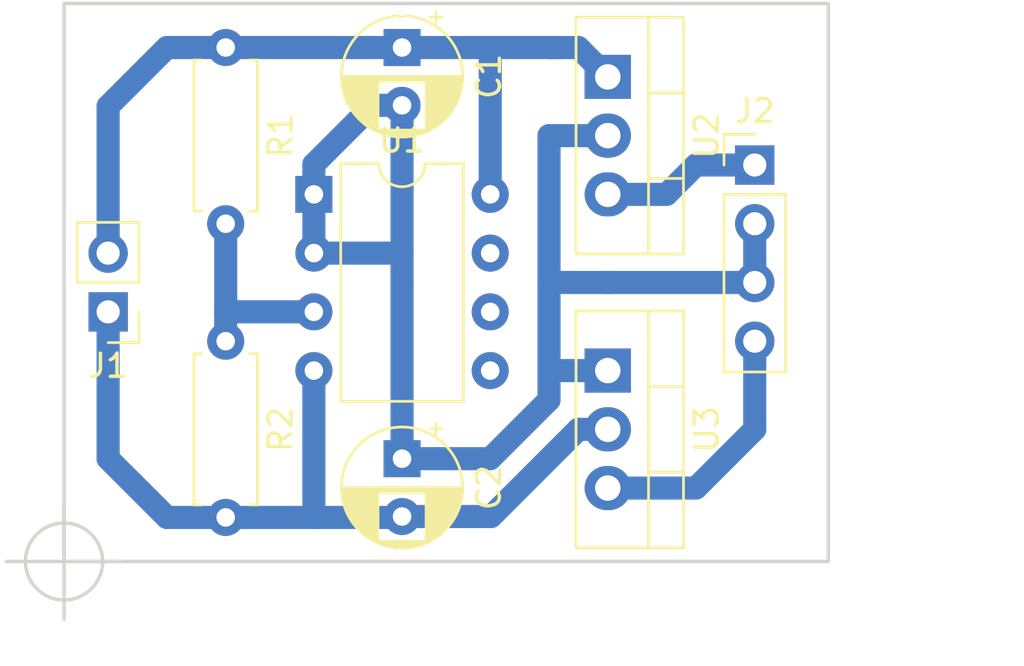
<source format=kicad_pcb>
(kicad_pcb (version 20171130) (host pcbnew 5.0.0-fee4fd1~66~ubuntu18.04.1)

  (general
    (thickness 1.6)
    (drawings 11)
    (tracks 47)
    (zones 0)
    (modules 9)
    (nets 7)
  )

  (page A4)
  (layers
    (0 F.Cu signal)
    (31 B.Cu signal)
    (32 B.Adhes user)
    (33 F.Adhes user)
    (34 B.Paste user)
    (35 F.Paste user)
    (36 B.SilkS user)
    (37 F.SilkS user)
    (38 B.Mask user)
    (39 F.Mask user)
    (40 Dwgs.User user)
    (41 Cmts.User user)
    (42 Eco1.User user)
    (43 Eco2.User user)
    (44 Edge.Cuts user)
    (45 Margin user)
    (46 B.CrtYd user)
    (47 F.CrtYd user)
    (48 B.Fab user)
    (49 F.Fab user)
  )

  (setup
    (last_trace_width 1)
    (trace_clearance 0.6)
    (zone_clearance 0.508)
    (zone_45_only no)
    (trace_min 0.2)
    (segment_width 0.2)
    (edge_width 0.15)
    (via_size 0.8)
    (via_drill 0.4)
    (via_min_size 0.4)
    (via_min_drill 0.3)
    (uvia_size 0.3)
    (uvia_drill 0.1)
    (uvias_allowed no)
    (uvia_min_size 0.2)
    (uvia_min_drill 0.1)
    (pcb_text_width 0.3)
    (pcb_text_size 1.5 1.5)
    (mod_edge_width 0.15)
    (mod_text_size 1 1)
    (mod_text_width 0.15)
    (pad_size 1.524 1.524)
    (pad_drill 0.762)
    (pad_to_mask_clearance 0.2)
    (aux_axis_origin 88.265 86.995)
    (visible_elements FFFFFF7F)
    (pcbplotparams
      (layerselection 0x00000_fffffffe)
      (usegerberextensions false)
      (usegerberattributes false)
      (usegerberadvancedattributes false)
      (creategerberjobfile false)
      (excludeedgelayer true)
      (linewidth 0.100000)
      (plotframeref false)
      (viasonmask false)
      (mode 1)
      (useauxorigin true)
      (hpglpennumber 1)
      (hpglpenspeed 20)
      (hpglpendiameter 15.000000)
      (psnegative false)
      (psa4output false)
      (plotreference true)
      (plotvalue true)
      (plotinvisibletext false)
      (padsonsilk false)
      (subtractmaskfromsilk false)
      (outputformat 1)
      (mirror false)
      (drillshape 0)
      (scaleselection 1)
      (outputdirectory "gerber/"))
  )

  (net 0 "")
  (net 1 "Net-(C1-Pad1)")
  (net 2 "Net-(C1-Pad2)")
  (net 3 "Net-(C2-Pad2)")
  (net 4 "Net-(J2-Pad1)")
  (net 5 "Net-(R1-Pad2)")
  (net 6 "Net-(J2-Pad4)")

  (net_class Default "This is the default net class."
    (clearance 0.6)
    (trace_width 1)
    (via_dia 0.8)
    (via_drill 0.4)
    (uvia_dia 0.3)
    (uvia_drill 0.1)
    (add_net "Net-(C1-Pad1)")
    (add_net "Net-(C1-Pad2)")
    (add_net "Net-(C2-Pad2)")
    (add_net "Net-(J2-Pad1)")
    (add_net "Net-(J2-Pad4)")
    (add_net "Net-(R1-Pad2)")
  )

  (module Capacitor_THT:CP_Radial_D5.0mm_P2.50mm (layer F.Cu) (tedit 5AE50EF0) (tstamp 5BAE5A1F)
    (at 102.87 64.77 270)
    (descr "CP, Radial series, Radial, pin pitch=2.50mm, , diameter=5mm, Electrolytic Capacitor")
    (tags "CP Radial series Radial pin pitch 2.50mm  diameter 5mm Electrolytic Capacitor")
    (path /5B9FFE66)
    (fp_text reference C1 (at 1.25 -3.75 270) (layer F.SilkS)
      (effects (font (size 1 1) (thickness 0.15)))
    )
    (fp_text value 10uF (at 1.25 3.75 270) (layer F.Fab)
      (effects (font (size 1 1) (thickness 0.15)))
    )
    (fp_circle (center 1.25 0) (end 3.75 0) (layer F.Fab) (width 0.1))
    (fp_circle (center 1.25 0) (end 3.87 0) (layer F.SilkS) (width 0.12))
    (fp_circle (center 1.25 0) (end 4 0) (layer F.CrtYd) (width 0.05))
    (fp_line (start -0.883605 -1.0875) (end -0.383605 -1.0875) (layer F.Fab) (width 0.1))
    (fp_line (start -0.633605 -1.3375) (end -0.633605 -0.8375) (layer F.Fab) (width 0.1))
    (fp_line (start 1.25 -2.58) (end 1.25 2.58) (layer F.SilkS) (width 0.12))
    (fp_line (start 1.29 -2.58) (end 1.29 2.58) (layer F.SilkS) (width 0.12))
    (fp_line (start 1.33 -2.579) (end 1.33 2.579) (layer F.SilkS) (width 0.12))
    (fp_line (start 1.37 -2.578) (end 1.37 2.578) (layer F.SilkS) (width 0.12))
    (fp_line (start 1.41 -2.576) (end 1.41 2.576) (layer F.SilkS) (width 0.12))
    (fp_line (start 1.45 -2.573) (end 1.45 2.573) (layer F.SilkS) (width 0.12))
    (fp_line (start 1.49 -2.569) (end 1.49 -1.04) (layer F.SilkS) (width 0.12))
    (fp_line (start 1.49 1.04) (end 1.49 2.569) (layer F.SilkS) (width 0.12))
    (fp_line (start 1.53 -2.565) (end 1.53 -1.04) (layer F.SilkS) (width 0.12))
    (fp_line (start 1.53 1.04) (end 1.53 2.565) (layer F.SilkS) (width 0.12))
    (fp_line (start 1.57 -2.561) (end 1.57 -1.04) (layer F.SilkS) (width 0.12))
    (fp_line (start 1.57 1.04) (end 1.57 2.561) (layer F.SilkS) (width 0.12))
    (fp_line (start 1.61 -2.556) (end 1.61 -1.04) (layer F.SilkS) (width 0.12))
    (fp_line (start 1.61 1.04) (end 1.61 2.556) (layer F.SilkS) (width 0.12))
    (fp_line (start 1.65 -2.55) (end 1.65 -1.04) (layer F.SilkS) (width 0.12))
    (fp_line (start 1.65 1.04) (end 1.65 2.55) (layer F.SilkS) (width 0.12))
    (fp_line (start 1.69 -2.543) (end 1.69 -1.04) (layer F.SilkS) (width 0.12))
    (fp_line (start 1.69 1.04) (end 1.69 2.543) (layer F.SilkS) (width 0.12))
    (fp_line (start 1.73 -2.536) (end 1.73 -1.04) (layer F.SilkS) (width 0.12))
    (fp_line (start 1.73 1.04) (end 1.73 2.536) (layer F.SilkS) (width 0.12))
    (fp_line (start 1.77 -2.528) (end 1.77 -1.04) (layer F.SilkS) (width 0.12))
    (fp_line (start 1.77 1.04) (end 1.77 2.528) (layer F.SilkS) (width 0.12))
    (fp_line (start 1.81 -2.52) (end 1.81 -1.04) (layer F.SilkS) (width 0.12))
    (fp_line (start 1.81 1.04) (end 1.81 2.52) (layer F.SilkS) (width 0.12))
    (fp_line (start 1.85 -2.511) (end 1.85 -1.04) (layer F.SilkS) (width 0.12))
    (fp_line (start 1.85 1.04) (end 1.85 2.511) (layer F.SilkS) (width 0.12))
    (fp_line (start 1.89 -2.501) (end 1.89 -1.04) (layer F.SilkS) (width 0.12))
    (fp_line (start 1.89 1.04) (end 1.89 2.501) (layer F.SilkS) (width 0.12))
    (fp_line (start 1.93 -2.491) (end 1.93 -1.04) (layer F.SilkS) (width 0.12))
    (fp_line (start 1.93 1.04) (end 1.93 2.491) (layer F.SilkS) (width 0.12))
    (fp_line (start 1.971 -2.48) (end 1.971 -1.04) (layer F.SilkS) (width 0.12))
    (fp_line (start 1.971 1.04) (end 1.971 2.48) (layer F.SilkS) (width 0.12))
    (fp_line (start 2.011 -2.468) (end 2.011 -1.04) (layer F.SilkS) (width 0.12))
    (fp_line (start 2.011 1.04) (end 2.011 2.468) (layer F.SilkS) (width 0.12))
    (fp_line (start 2.051 -2.455) (end 2.051 -1.04) (layer F.SilkS) (width 0.12))
    (fp_line (start 2.051 1.04) (end 2.051 2.455) (layer F.SilkS) (width 0.12))
    (fp_line (start 2.091 -2.442) (end 2.091 -1.04) (layer F.SilkS) (width 0.12))
    (fp_line (start 2.091 1.04) (end 2.091 2.442) (layer F.SilkS) (width 0.12))
    (fp_line (start 2.131 -2.428) (end 2.131 -1.04) (layer F.SilkS) (width 0.12))
    (fp_line (start 2.131 1.04) (end 2.131 2.428) (layer F.SilkS) (width 0.12))
    (fp_line (start 2.171 -2.414) (end 2.171 -1.04) (layer F.SilkS) (width 0.12))
    (fp_line (start 2.171 1.04) (end 2.171 2.414) (layer F.SilkS) (width 0.12))
    (fp_line (start 2.211 -2.398) (end 2.211 -1.04) (layer F.SilkS) (width 0.12))
    (fp_line (start 2.211 1.04) (end 2.211 2.398) (layer F.SilkS) (width 0.12))
    (fp_line (start 2.251 -2.382) (end 2.251 -1.04) (layer F.SilkS) (width 0.12))
    (fp_line (start 2.251 1.04) (end 2.251 2.382) (layer F.SilkS) (width 0.12))
    (fp_line (start 2.291 -2.365) (end 2.291 -1.04) (layer F.SilkS) (width 0.12))
    (fp_line (start 2.291 1.04) (end 2.291 2.365) (layer F.SilkS) (width 0.12))
    (fp_line (start 2.331 -2.348) (end 2.331 -1.04) (layer F.SilkS) (width 0.12))
    (fp_line (start 2.331 1.04) (end 2.331 2.348) (layer F.SilkS) (width 0.12))
    (fp_line (start 2.371 -2.329) (end 2.371 -1.04) (layer F.SilkS) (width 0.12))
    (fp_line (start 2.371 1.04) (end 2.371 2.329) (layer F.SilkS) (width 0.12))
    (fp_line (start 2.411 -2.31) (end 2.411 -1.04) (layer F.SilkS) (width 0.12))
    (fp_line (start 2.411 1.04) (end 2.411 2.31) (layer F.SilkS) (width 0.12))
    (fp_line (start 2.451 -2.29) (end 2.451 -1.04) (layer F.SilkS) (width 0.12))
    (fp_line (start 2.451 1.04) (end 2.451 2.29) (layer F.SilkS) (width 0.12))
    (fp_line (start 2.491 -2.268) (end 2.491 -1.04) (layer F.SilkS) (width 0.12))
    (fp_line (start 2.491 1.04) (end 2.491 2.268) (layer F.SilkS) (width 0.12))
    (fp_line (start 2.531 -2.247) (end 2.531 -1.04) (layer F.SilkS) (width 0.12))
    (fp_line (start 2.531 1.04) (end 2.531 2.247) (layer F.SilkS) (width 0.12))
    (fp_line (start 2.571 -2.224) (end 2.571 -1.04) (layer F.SilkS) (width 0.12))
    (fp_line (start 2.571 1.04) (end 2.571 2.224) (layer F.SilkS) (width 0.12))
    (fp_line (start 2.611 -2.2) (end 2.611 -1.04) (layer F.SilkS) (width 0.12))
    (fp_line (start 2.611 1.04) (end 2.611 2.2) (layer F.SilkS) (width 0.12))
    (fp_line (start 2.651 -2.175) (end 2.651 -1.04) (layer F.SilkS) (width 0.12))
    (fp_line (start 2.651 1.04) (end 2.651 2.175) (layer F.SilkS) (width 0.12))
    (fp_line (start 2.691 -2.149) (end 2.691 -1.04) (layer F.SilkS) (width 0.12))
    (fp_line (start 2.691 1.04) (end 2.691 2.149) (layer F.SilkS) (width 0.12))
    (fp_line (start 2.731 -2.122) (end 2.731 -1.04) (layer F.SilkS) (width 0.12))
    (fp_line (start 2.731 1.04) (end 2.731 2.122) (layer F.SilkS) (width 0.12))
    (fp_line (start 2.771 -2.095) (end 2.771 -1.04) (layer F.SilkS) (width 0.12))
    (fp_line (start 2.771 1.04) (end 2.771 2.095) (layer F.SilkS) (width 0.12))
    (fp_line (start 2.811 -2.065) (end 2.811 -1.04) (layer F.SilkS) (width 0.12))
    (fp_line (start 2.811 1.04) (end 2.811 2.065) (layer F.SilkS) (width 0.12))
    (fp_line (start 2.851 -2.035) (end 2.851 -1.04) (layer F.SilkS) (width 0.12))
    (fp_line (start 2.851 1.04) (end 2.851 2.035) (layer F.SilkS) (width 0.12))
    (fp_line (start 2.891 -2.004) (end 2.891 -1.04) (layer F.SilkS) (width 0.12))
    (fp_line (start 2.891 1.04) (end 2.891 2.004) (layer F.SilkS) (width 0.12))
    (fp_line (start 2.931 -1.971) (end 2.931 -1.04) (layer F.SilkS) (width 0.12))
    (fp_line (start 2.931 1.04) (end 2.931 1.971) (layer F.SilkS) (width 0.12))
    (fp_line (start 2.971 -1.937) (end 2.971 -1.04) (layer F.SilkS) (width 0.12))
    (fp_line (start 2.971 1.04) (end 2.971 1.937) (layer F.SilkS) (width 0.12))
    (fp_line (start 3.011 -1.901) (end 3.011 -1.04) (layer F.SilkS) (width 0.12))
    (fp_line (start 3.011 1.04) (end 3.011 1.901) (layer F.SilkS) (width 0.12))
    (fp_line (start 3.051 -1.864) (end 3.051 -1.04) (layer F.SilkS) (width 0.12))
    (fp_line (start 3.051 1.04) (end 3.051 1.864) (layer F.SilkS) (width 0.12))
    (fp_line (start 3.091 -1.826) (end 3.091 -1.04) (layer F.SilkS) (width 0.12))
    (fp_line (start 3.091 1.04) (end 3.091 1.826) (layer F.SilkS) (width 0.12))
    (fp_line (start 3.131 -1.785) (end 3.131 -1.04) (layer F.SilkS) (width 0.12))
    (fp_line (start 3.131 1.04) (end 3.131 1.785) (layer F.SilkS) (width 0.12))
    (fp_line (start 3.171 -1.743) (end 3.171 -1.04) (layer F.SilkS) (width 0.12))
    (fp_line (start 3.171 1.04) (end 3.171 1.743) (layer F.SilkS) (width 0.12))
    (fp_line (start 3.211 -1.699) (end 3.211 -1.04) (layer F.SilkS) (width 0.12))
    (fp_line (start 3.211 1.04) (end 3.211 1.699) (layer F.SilkS) (width 0.12))
    (fp_line (start 3.251 -1.653) (end 3.251 -1.04) (layer F.SilkS) (width 0.12))
    (fp_line (start 3.251 1.04) (end 3.251 1.653) (layer F.SilkS) (width 0.12))
    (fp_line (start 3.291 -1.605) (end 3.291 -1.04) (layer F.SilkS) (width 0.12))
    (fp_line (start 3.291 1.04) (end 3.291 1.605) (layer F.SilkS) (width 0.12))
    (fp_line (start 3.331 -1.554) (end 3.331 -1.04) (layer F.SilkS) (width 0.12))
    (fp_line (start 3.331 1.04) (end 3.331 1.554) (layer F.SilkS) (width 0.12))
    (fp_line (start 3.371 -1.5) (end 3.371 -1.04) (layer F.SilkS) (width 0.12))
    (fp_line (start 3.371 1.04) (end 3.371 1.5) (layer F.SilkS) (width 0.12))
    (fp_line (start 3.411 -1.443) (end 3.411 -1.04) (layer F.SilkS) (width 0.12))
    (fp_line (start 3.411 1.04) (end 3.411 1.443) (layer F.SilkS) (width 0.12))
    (fp_line (start 3.451 -1.383) (end 3.451 -1.04) (layer F.SilkS) (width 0.12))
    (fp_line (start 3.451 1.04) (end 3.451 1.383) (layer F.SilkS) (width 0.12))
    (fp_line (start 3.491 -1.319) (end 3.491 -1.04) (layer F.SilkS) (width 0.12))
    (fp_line (start 3.491 1.04) (end 3.491 1.319) (layer F.SilkS) (width 0.12))
    (fp_line (start 3.531 -1.251) (end 3.531 -1.04) (layer F.SilkS) (width 0.12))
    (fp_line (start 3.531 1.04) (end 3.531 1.251) (layer F.SilkS) (width 0.12))
    (fp_line (start 3.571 -1.178) (end 3.571 1.178) (layer F.SilkS) (width 0.12))
    (fp_line (start 3.611 -1.098) (end 3.611 1.098) (layer F.SilkS) (width 0.12))
    (fp_line (start 3.651 -1.011) (end 3.651 1.011) (layer F.SilkS) (width 0.12))
    (fp_line (start 3.691 -0.915) (end 3.691 0.915) (layer F.SilkS) (width 0.12))
    (fp_line (start 3.731 -0.805) (end 3.731 0.805) (layer F.SilkS) (width 0.12))
    (fp_line (start 3.771 -0.677) (end 3.771 0.677) (layer F.SilkS) (width 0.12))
    (fp_line (start 3.811 -0.518) (end 3.811 0.518) (layer F.SilkS) (width 0.12))
    (fp_line (start 3.851 -0.284) (end 3.851 0.284) (layer F.SilkS) (width 0.12))
    (fp_line (start -1.554775 -1.475) (end -1.054775 -1.475) (layer F.SilkS) (width 0.12))
    (fp_line (start -1.304775 -1.725) (end -1.304775 -1.225) (layer F.SilkS) (width 0.12))
    (fp_text user %R (at 1.25 0 270) (layer F.Fab)
      (effects (font (size 1 1) (thickness 0.15)))
    )
    (pad 1 thru_hole rect (at 0 0 270) (size 1.6 1.6) (drill 0.8) (layers *.Cu *.Mask)
      (net 1 "Net-(C1-Pad1)"))
    (pad 2 thru_hole circle (at 2.5 0 270) (size 1.6 1.6) (drill 0.8) (layers *.Cu *.Mask)
      (net 2 "Net-(C1-Pad2)"))
    (model ${KISYS3DMOD}/Capacitor_THT.3dshapes/CP_Radial_D5.0mm_P2.50mm.wrl
      (at (xyz 0 0 0))
      (scale (xyz 1 1 1))
      (rotate (xyz 0 0 0))
    )
  )

  (module Capacitor_THT:CP_Radial_D5.0mm_P2.50mm (layer F.Cu) (tedit 5BA23ECB) (tstamp 5BAE5AA3)
    (at 102.87 82.55 270)
    (descr "CP, Radial series, Radial, pin pitch=2.50mm, , diameter=5mm, Electrolytic Capacitor")
    (tags "CP Radial series Radial pin pitch 2.50mm  diameter 5mm Electrolytic Capacitor")
    (path /5B9FFEE2)
    (fp_text reference C2 (at 1.25 -3.75 270) (layer F.SilkS)
      (effects (font (size 1 1) (thickness 0.15)))
    )
    (fp_text value 10uF (at 1.25 3.75 270) (layer F.Fab)
      (effects (font (size 1 1) (thickness 0.15)))
    )
    (fp_text user %R (at 1.25 0 270) (layer F.Fab)
      (effects (font (size 1 1) (thickness 0.15)))
    )
    (fp_line (start -1.304775 -1.725) (end -1.304775 -1.225) (layer F.SilkS) (width 0.12))
    (fp_line (start -1.554775 -1.475) (end -1.054775 -1.475) (layer F.SilkS) (width 0.12))
    (fp_line (start 3.851 -0.284) (end 3.851 0.284) (layer F.SilkS) (width 0.12))
    (fp_line (start 3.811 -0.518) (end 3.811 0.518) (layer F.SilkS) (width 0.12))
    (fp_line (start 3.771 -0.677) (end 3.771 0.677) (layer F.SilkS) (width 0.12))
    (fp_line (start 3.731 -0.805) (end 3.731 0.805) (layer F.SilkS) (width 0.12))
    (fp_line (start 3.691 -0.915) (end 3.691 0.915) (layer F.SilkS) (width 0.12))
    (fp_line (start 3.651 -1.011) (end 3.651 1.011) (layer F.SilkS) (width 0.12))
    (fp_line (start 3.611 -1.098) (end 3.611 1.098) (layer F.SilkS) (width 0.12))
    (fp_line (start 3.571 -1.178) (end 3.571 1.178) (layer F.SilkS) (width 0.12))
    (fp_line (start 3.531 1.04) (end 3.531 1.251) (layer F.SilkS) (width 0.12))
    (fp_line (start 3.531 -1.251) (end 3.531 -1.04) (layer F.SilkS) (width 0.12))
    (fp_line (start 3.491 1.04) (end 3.491 1.319) (layer F.SilkS) (width 0.12))
    (fp_line (start 3.491 -1.319) (end 3.491 -1.04) (layer F.SilkS) (width 0.12))
    (fp_line (start 3.451 1.04) (end 3.451 1.383) (layer F.SilkS) (width 0.12))
    (fp_line (start 3.451 -1.383) (end 3.451 -1.04) (layer F.SilkS) (width 0.12))
    (fp_line (start 3.411 1.04) (end 3.411 1.443) (layer F.SilkS) (width 0.12))
    (fp_line (start 3.411 -1.443) (end 3.411 -1.04) (layer F.SilkS) (width 0.12))
    (fp_line (start 3.371 1.04) (end 3.371 1.5) (layer F.SilkS) (width 0.12))
    (fp_line (start 3.371 -1.5) (end 3.371 -1.04) (layer F.SilkS) (width 0.12))
    (fp_line (start 3.331 1.04) (end 3.331 1.554) (layer F.SilkS) (width 0.12))
    (fp_line (start 3.331 -1.554) (end 3.331 -1.04) (layer F.SilkS) (width 0.12))
    (fp_line (start 3.291 1.04) (end 3.291 1.605) (layer F.SilkS) (width 0.12))
    (fp_line (start 3.291 -1.605) (end 3.291 -1.04) (layer F.SilkS) (width 0.12))
    (fp_line (start 3.251 1.04) (end 3.251 1.653) (layer F.SilkS) (width 0.12))
    (fp_line (start 3.251 -1.653) (end 3.251 -1.04) (layer F.SilkS) (width 0.12))
    (fp_line (start 3.211 1.04) (end 3.211 1.699) (layer F.SilkS) (width 0.12))
    (fp_line (start 3.211 -1.699) (end 3.211 -1.04) (layer F.SilkS) (width 0.12))
    (fp_line (start 3.171 1.04) (end 3.171 1.743) (layer F.SilkS) (width 0.12))
    (fp_line (start 3.171 -1.743) (end 3.171 -1.04) (layer F.SilkS) (width 0.12))
    (fp_line (start 3.131 1.04) (end 3.131 1.785) (layer F.SilkS) (width 0.12))
    (fp_line (start 3.131 -1.785) (end 3.131 -1.04) (layer F.SilkS) (width 0.12))
    (fp_line (start 3.091 1.04) (end 3.091 1.826) (layer F.SilkS) (width 0.12))
    (fp_line (start 3.091 -1.826) (end 3.091 -1.04) (layer F.SilkS) (width 0.12))
    (fp_line (start 3.051 1.04) (end 3.051 1.864) (layer F.SilkS) (width 0.12))
    (fp_line (start 3.051 -1.864) (end 3.051 -1.04) (layer F.SilkS) (width 0.12))
    (fp_line (start 3.011 1.04) (end 3.011 1.901) (layer F.SilkS) (width 0.12))
    (fp_line (start 3.011 -1.901) (end 3.011 -1.04) (layer F.SilkS) (width 0.12))
    (fp_line (start 2.971 1.04) (end 2.971 1.937) (layer F.SilkS) (width 0.12))
    (fp_line (start 2.971 -1.937) (end 2.971 -1.04) (layer F.SilkS) (width 0.12))
    (fp_line (start 2.931 1.04) (end 2.931 1.971) (layer F.SilkS) (width 0.12))
    (fp_line (start 2.931 -1.971) (end 2.931 -1.04) (layer F.SilkS) (width 0.12))
    (fp_line (start 2.891 1.04) (end 2.891 2.004) (layer F.SilkS) (width 0.12))
    (fp_line (start 2.891 -2.004) (end 2.891 -1.04) (layer F.SilkS) (width 0.12))
    (fp_line (start 2.851 1.04) (end 2.851 2.035) (layer F.SilkS) (width 0.12))
    (fp_line (start 2.851 -2.035) (end 2.851 -1.04) (layer F.SilkS) (width 0.12))
    (fp_line (start 2.811 1.04) (end 2.811 2.065) (layer F.SilkS) (width 0.12))
    (fp_line (start 2.811 -2.065) (end 2.811 -1.04) (layer F.SilkS) (width 0.12))
    (fp_line (start 2.771 1.04) (end 2.771 2.095) (layer F.SilkS) (width 0.12))
    (fp_line (start 2.771 -2.095) (end 2.771 -1.04) (layer F.SilkS) (width 0.12))
    (fp_line (start 2.731 1.04) (end 2.731 2.122) (layer F.SilkS) (width 0.12))
    (fp_line (start 2.731 -2.122) (end 2.731 -1.04) (layer F.SilkS) (width 0.12))
    (fp_line (start 2.691 1.04) (end 2.691 2.149) (layer F.SilkS) (width 0.12))
    (fp_line (start 2.691 -2.149) (end 2.691 -1.04) (layer F.SilkS) (width 0.12))
    (fp_line (start 2.651 1.04) (end 2.651 2.175) (layer F.SilkS) (width 0.12))
    (fp_line (start 2.651 -2.175) (end 2.651 -1.04) (layer F.SilkS) (width 0.12))
    (fp_line (start 2.611 1.04) (end 2.611 2.2) (layer F.SilkS) (width 0.12))
    (fp_line (start 2.611 -2.2) (end 2.611 -1.04) (layer F.SilkS) (width 0.12))
    (fp_line (start 2.571 1.04) (end 2.571 2.224) (layer F.SilkS) (width 0.12))
    (fp_line (start 2.571 -2.224) (end 2.571 -1.04) (layer F.SilkS) (width 0.12))
    (fp_line (start 2.531 1.04) (end 2.531 2.247) (layer F.SilkS) (width 0.12))
    (fp_line (start 2.531 -2.247) (end 2.531 -1.04) (layer F.SilkS) (width 0.12))
    (fp_line (start 2.491 1.04) (end 2.491 2.268) (layer F.SilkS) (width 0.12))
    (fp_line (start 2.491 -2.268) (end 2.491 -1.04) (layer F.SilkS) (width 0.12))
    (fp_line (start 2.451 1.04) (end 2.451 2.29) (layer F.SilkS) (width 0.12))
    (fp_line (start 2.451 -2.29) (end 2.451 -1.04) (layer F.SilkS) (width 0.12))
    (fp_line (start 2.411 1.04) (end 2.411 2.31) (layer F.SilkS) (width 0.12))
    (fp_line (start 2.411 -2.31) (end 2.411 -1.04) (layer F.SilkS) (width 0.12))
    (fp_line (start 2.371 1.04) (end 2.371 2.329) (layer F.SilkS) (width 0.12))
    (fp_line (start 2.371 -2.329) (end 2.371 -1.04) (layer F.SilkS) (width 0.12))
    (fp_line (start 2.331 1.04) (end 2.331 2.348) (layer F.SilkS) (width 0.12))
    (fp_line (start 2.331 -2.348) (end 2.331 -1.04) (layer F.SilkS) (width 0.12))
    (fp_line (start 2.291 1.04) (end 2.291 2.365) (layer F.SilkS) (width 0.12))
    (fp_line (start 2.291 -2.365) (end 2.291 -1.04) (layer F.SilkS) (width 0.12))
    (fp_line (start 2.251 1.04) (end 2.251 2.382) (layer F.SilkS) (width 0.12))
    (fp_line (start 2.251 -2.382) (end 2.251 -1.04) (layer F.SilkS) (width 0.12))
    (fp_line (start 2.211 1.04) (end 2.211 2.398) (layer F.SilkS) (width 0.12))
    (fp_line (start 2.211 -2.398) (end 2.211 -1.04) (layer F.SilkS) (width 0.12))
    (fp_line (start 2.171 1.04) (end 2.171 2.414) (layer F.SilkS) (width 0.12))
    (fp_line (start 2.171 -2.414) (end 2.171 -1.04) (layer F.SilkS) (width 0.12))
    (fp_line (start 2.131 1.04) (end 2.131 2.428) (layer F.SilkS) (width 0.12))
    (fp_line (start 2.131 -2.428) (end 2.131 -1.04) (layer F.SilkS) (width 0.12))
    (fp_line (start 2.091 1.04) (end 2.091 2.442) (layer F.SilkS) (width 0.12))
    (fp_line (start 2.091 -2.442) (end 2.091 -1.04) (layer F.SilkS) (width 0.12))
    (fp_line (start 2.051 1.04) (end 2.051 2.455) (layer F.SilkS) (width 0.12))
    (fp_line (start 2.051 -2.455) (end 2.051 -1.04) (layer F.SilkS) (width 0.12))
    (fp_line (start 2.011 1.04) (end 2.011 2.468) (layer F.SilkS) (width 0.12))
    (fp_line (start 2.011 -2.468) (end 2.011 -1.04) (layer F.SilkS) (width 0.12))
    (fp_line (start 1.971 1.04) (end 1.971 2.48) (layer F.SilkS) (width 0.12))
    (fp_line (start 1.971 -2.48) (end 1.971 -1.04) (layer F.SilkS) (width 0.12))
    (fp_line (start 1.93 1.04) (end 1.93 2.491) (layer F.SilkS) (width 0.12))
    (fp_line (start 1.93 -2.491) (end 1.93 -1.04) (layer F.SilkS) (width 0.12))
    (fp_line (start 1.89 1.04) (end 1.89 2.501) (layer F.SilkS) (width 0.12))
    (fp_line (start 1.89 -2.501) (end 1.89 -1.04) (layer F.SilkS) (width 0.12))
    (fp_line (start 1.85 1.04) (end 1.85 2.511) (layer F.SilkS) (width 0.12))
    (fp_line (start 1.85 -2.511) (end 1.85 -1.04) (layer F.SilkS) (width 0.12))
    (fp_line (start 1.81 1.04) (end 1.81 2.52) (layer F.SilkS) (width 0.12))
    (fp_line (start 1.81 -2.52) (end 1.81 -1.04) (layer F.SilkS) (width 0.12))
    (fp_line (start 1.77 1.04) (end 1.77 2.528) (layer F.SilkS) (width 0.12))
    (fp_line (start 1.77 -2.528) (end 1.77 -1.04) (layer F.SilkS) (width 0.12))
    (fp_line (start 1.73 1.04) (end 1.73 2.536) (layer F.SilkS) (width 0.12))
    (fp_line (start 1.73 -2.536) (end 1.73 -1.04) (layer F.SilkS) (width 0.12))
    (fp_line (start 1.69 1.04) (end 1.69 2.543) (layer F.SilkS) (width 0.12))
    (fp_line (start 1.69 -2.543) (end 1.69 -1.04) (layer F.SilkS) (width 0.12))
    (fp_line (start 1.65 1.04) (end 1.65 2.55) (layer F.SilkS) (width 0.12))
    (fp_line (start 1.65 -2.55) (end 1.65 -1.04) (layer F.SilkS) (width 0.12))
    (fp_line (start 1.61 1.04) (end 1.61 2.556) (layer F.SilkS) (width 0.12))
    (fp_line (start 1.61 -2.556) (end 1.61 -1.04) (layer F.SilkS) (width 0.12))
    (fp_line (start 1.57 1.04) (end 1.57 2.561) (layer F.SilkS) (width 0.12))
    (fp_line (start 1.57 -2.561) (end 1.57 -1.04) (layer F.SilkS) (width 0.12))
    (fp_line (start 1.53 1.04) (end 1.53 2.565) (layer F.SilkS) (width 0.12))
    (fp_line (start 1.53 -2.565) (end 1.53 -1.04) (layer F.SilkS) (width 0.12))
    (fp_line (start 1.49 1.04) (end 1.49 2.569) (layer F.SilkS) (width 0.12))
    (fp_line (start 1.49 -2.569) (end 1.49 -1.04) (layer F.SilkS) (width 0.12))
    (fp_line (start 1.45 -2.573) (end 1.45 2.573) (layer F.SilkS) (width 0.12))
    (fp_line (start 1.41 -2.576) (end 1.41 2.576) (layer F.SilkS) (width 0.12))
    (fp_line (start 1.37 -2.578) (end 1.37 2.578) (layer F.SilkS) (width 0.12))
    (fp_line (start 1.33 -2.579) (end 1.33 2.579) (layer F.SilkS) (width 0.12))
    (fp_line (start 1.29 -2.58) (end 1.29 2.58) (layer F.SilkS) (width 0.12))
    (fp_line (start 1.25 -2.58) (end 1.25 2.58) (layer F.SilkS) (width 0.12))
    (fp_line (start -0.633605 -1.3375) (end -0.633605 -0.8375) (layer F.Fab) (width 0.1))
    (fp_line (start -0.883605 -1.0875) (end -0.383605 -1.0875) (layer F.Fab) (width 0.1))
    (fp_circle (center 1.25 0) (end 4 0) (layer F.CrtYd) (width 0.05))
    (fp_circle (center 1.25 0) (end 3.87 0) (layer F.SilkS) (width 0.12))
    (fp_circle (center 1.25 0) (end 3.75 0) (layer F.Fab) (width 0.1))
    (pad 2 thru_hole circle (at 2.5 0 270) (size 1.6 1.6) (drill 0.8) (layers *.Cu *.Mask)
      (net 3 "Net-(C2-Pad2)"))
    (pad 1 thru_hole rect (at 0 0 270) (size 1.6 1.6) (drill 0.8) (layers *.Cu *.Mask)
      (net 2 "Net-(C1-Pad2)"))
    (model ${KISYS3DMOD}/Capacitor_THT.3dshapes/CP_Radial_D5.0mm_P2.50mm.wrl
      (at (xyz 0 0 0))
      (scale (xyz 1 1 1))
      (rotate (xyz 0 0 0))
    )
  )

  (module Resistor_THT:R_Axial_DIN0207_L6.3mm_D2.5mm_P7.62mm_Horizontal (layer F.Cu) (tedit 5AE5139B) (tstamp 5BAE5AEB)
    (at 95.25 64.77 270)
    (descr "Resistor, Axial_DIN0207 series, Axial, Horizontal, pin pitch=7.62mm, 0.25W = 1/4W, length*diameter=6.3*2.5mm^2, http://cdn-reichelt.de/documents/datenblatt/B400/1_4W%23YAG.pdf")
    (tags "Resistor Axial_DIN0207 series Axial Horizontal pin pitch 7.62mm 0.25W = 1/4W length 6.3mm diameter 2.5mm")
    (path /5B9FFB3C)
    (fp_text reference R1 (at 3.81 -2.37 270) (layer F.SilkS)
      (effects (font (size 1 1) (thickness 0.15)))
    )
    (fp_text value 47K (at 3.81 2.37 270) (layer F.Fab)
      (effects (font (size 1 1) (thickness 0.15)))
    )
    (fp_line (start 0.66 -1.25) (end 0.66 1.25) (layer F.Fab) (width 0.1))
    (fp_line (start 0.66 1.25) (end 6.96 1.25) (layer F.Fab) (width 0.1))
    (fp_line (start 6.96 1.25) (end 6.96 -1.25) (layer F.Fab) (width 0.1))
    (fp_line (start 6.96 -1.25) (end 0.66 -1.25) (layer F.Fab) (width 0.1))
    (fp_line (start 0 0) (end 0.66 0) (layer F.Fab) (width 0.1))
    (fp_line (start 7.62 0) (end 6.96 0) (layer F.Fab) (width 0.1))
    (fp_line (start 0.54 -1.04) (end 0.54 -1.37) (layer F.SilkS) (width 0.12))
    (fp_line (start 0.54 -1.37) (end 7.08 -1.37) (layer F.SilkS) (width 0.12))
    (fp_line (start 7.08 -1.37) (end 7.08 -1.04) (layer F.SilkS) (width 0.12))
    (fp_line (start 0.54 1.04) (end 0.54 1.37) (layer F.SilkS) (width 0.12))
    (fp_line (start 0.54 1.37) (end 7.08 1.37) (layer F.SilkS) (width 0.12))
    (fp_line (start 7.08 1.37) (end 7.08 1.04) (layer F.SilkS) (width 0.12))
    (fp_line (start -1.05 -1.5) (end -1.05 1.5) (layer F.CrtYd) (width 0.05))
    (fp_line (start -1.05 1.5) (end 8.67 1.5) (layer F.CrtYd) (width 0.05))
    (fp_line (start 8.67 1.5) (end 8.67 -1.5) (layer F.CrtYd) (width 0.05))
    (fp_line (start 8.67 -1.5) (end -1.05 -1.5) (layer F.CrtYd) (width 0.05))
    (fp_text user %R (at 3.81 0 270) (layer F.Fab)
      (effects (font (size 1 1) (thickness 0.15)))
    )
    (pad 1 thru_hole circle (at 0 0 270) (size 1.6 1.6) (drill 0.8) (layers *.Cu *.Mask)
      (net 1 "Net-(C1-Pad1)"))
    (pad 2 thru_hole oval (at 7.62 0 270) (size 1.6 1.6) (drill 0.8) (layers *.Cu *.Mask)
      (net 5 "Net-(R1-Pad2)"))
    (model ${KISYS3DMOD}/Resistor_THT.3dshapes/R_Axial_DIN0207_L6.3mm_D2.5mm_P7.62mm_Horizontal.wrl
      (at (xyz 0 0 0))
      (scale (xyz 1 1 1))
      (rotate (xyz 0 0 0))
    )
  )

  (module Resistor_THT:R_Axial_DIN0207_L6.3mm_D2.5mm_P7.62mm_Horizontal (layer F.Cu) (tedit 5AE5139B) (tstamp 5BAE5B02)
    (at 95.25 77.47 270)
    (descr "Resistor, Axial_DIN0207 series, Axial, Horizontal, pin pitch=7.62mm, 0.25W = 1/4W, length*diameter=6.3*2.5mm^2, http://cdn-reichelt.de/documents/datenblatt/B400/1_4W%23YAG.pdf")
    (tags "Resistor Axial_DIN0207 series Axial Horizontal pin pitch 7.62mm 0.25W = 1/4W length 6.3mm diameter 2.5mm")
    (path /5B9FFB76)
    (fp_text reference R2 (at 3.81 -2.37 270) (layer F.SilkS)
      (effects (font (size 1 1) (thickness 0.15)))
    )
    (fp_text value 47K (at 3.81 2.37 270) (layer F.Fab)
      (effects (font (size 1 1) (thickness 0.15)))
    )
    (fp_text user %R (at 3.81 0 270) (layer F.Fab)
      (effects (font (size 1 1) (thickness 0.15)))
    )
    (fp_line (start 8.67 -1.5) (end -1.05 -1.5) (layer F.CrtYd) (width 0.05))
    (fp_line (start 8.67 1.5) (end 8.67 -1.5) (layer F.CrtYd) (width 0.05))
    (fp_line (start -1.05 1.5) (end 8.67 1.5) (layer F.CrtYd) (width 0.05))
    (fp_line (start -1.05 -1.5) (end -1.05 1.5) (layer F.CrtYd) (width 0.05))
    (fp_line (start 7.08 1.37) (end 7.08 1.04) (layer F.SilkS) (width 0.12))
    (fp_line (start 0.54 1.37) (end 7.08 1.37) (layer F.SilkS) (width 0.12))
    (fp_line (start 0.54 1.04) (end 0.54 1.37) (layer F.SilkS) (width 0.12))
    (fp_line (start 7.08 -1.37) (end 7.08 -1.04) (layer F.SilkS) (width 0.12))
    (fp_line (start 0.54 -1.37) (end 7.08 -1.37) (layer F.SilkS) (width 0.12))
    (fp_line (start 0.54 -1.04) (end 0.54 -1.37) (layer F.SilkS) (width 0.12))
    (fp_line (start 7.62 0) (end 6.96 0) (layer F.Fab) (width 0.1))
    (fp_line (start 0 0) (end 0.66 0) (layer F.Fab) (width 0.1))
    (fp_line (start 6.96 -1.25) (end 0.66 -1.25) (layer F.Fab) (width 0.1))
    (fp_line (start 6.96 1.25) (end 6.96 -1.25) (layer F.Fab) (width 0.1))
    (fp_line (start 0.66 1.25) (end 6.96 1.25) (layer F.Fab) (width 0.1))
    (fp_line (start 0.66 -1.25) (end 0.66 1.25) (layer F.Fab) (width 0.1))
    (pad 2 thru_hole oval (at 7.62 0 270) (size 1.6 1.6) (drill 0.8) (layers *.Cu *.Mask)
      (net 3 "Net-(C2-Pad2)"))
    (pad 1 thru_hole circle (at 0 0 270) (size 1.6 1.6) (drill 0.8) (layers *.Cu *.Mask)
      (net 5 "Net-(R1-Pad2)"))
    (model ${KISYS3DMOD}/Resistor_THT.3dshapes/R_Axial_DIN0207_L6.3mm_D2.5mm_P7.62mm_Horizontal.wrl
      (at (xyz 0 0 0))
      (scale (xyz 1 1 1))
      (rotate (xyz 0 0 0))
    )
  )

  (module Package_DIP:DIP-8_W7.62mm (layer F.Cu) (tedit 5BA23F5D) (tstamp 5BAE5B1E)
    (at 99.06 71.12)
    (descr "8-lead though-hole mounted DIP package, row spacing 7.62 mm (300 mils)")
    (tags "THT DIP DIL PDIP 2.54mm 7.62mm 300mil")
    (path /5B9FF9B8)
    (fp_text reference U1 (at 3.81 -2.33) (layer F.SilkS)
      (effects (font (size 1 1) (thickness 0.15)))
    )
    (fp_text value LM2904 (at 3.81 9.95) (layer F.Fab)
      (effects (font (size 1 1) (thickness 0.15)))
    )
    (fp_arc (start 3.81 -1.33) (end 2.81 -1.33) (angle -180) (layer F.SilkS) (width 0.12))
    (fp_line (start 1.635 -1.27) (end 6.985 -1.27) (layer F.Fab) (width 0.1))
    (fp_line (start 6.985 -1.27) (end 6.985 8.89) (layer F.Fab) (width 0.1))
    (fp_line (start 6.985 8.89) (end 0.635 8.89) (layer F.Fab) (width 0.1))
    (fp_line (start 0.635 8.89) (end 0.635 -0.27) (layer F.Fab) (width 0.1))
    (fp_line (start 0.635 -0.27) (end 1.635 -1.27) (layer F.Fab) (width 0.1))
    (fp_line (start 2.81 -1.33) (end 1.16 -1.33) (layer F.SilkS) (width 0.12))
    (fp_line (start 1.16 -1.33) (end 1.16 8.95) (layer F.SilkS) (width 0.12))
    (fp_line (start 1.16 8.95) (end 6.46 8.95) (layer F.SilkS) (width 0.12))
    (fp_line (start 6.46 8.95) (end 6.46 -1.33) (layer F.SilkS) (width 0.12))
    (fp_line (start 6.46 -1.33) (end 4.81 -1.33) (layer F.SilkS) (width 0.12))
    (fp_line (start -1.1 -1.55) (end -1.1 9.15) (layer F.CrtYd) (width 0.05))
    (fp_line (start -1.1 9.15) (end 8.7 9.15) (layer F.CrtYd) (width 0.05))
    (fp_line (start 8.7 9.15) (end 8.7 -1.55) (layer F.CrtYd) (width 0.05))
    (fp_line (start 8.7 -1.55) (end -1.1 -1.55) (layer F.CrtYd) (width 0.05))
    (fp_text user %R (at 3.81 3.81) (layer F.Fab)
      (effects (font (size 1 1) (thickness 0.15)))
    )
    (pad 1 thru_hole rect (at 0 0) (size 1.6 1.6) (drill 0.8) (layers *.Cu *.Mask)
      (net 2 "Net-(C1-Pad2)"))
    (pad 5 thru_hole oval (at 7.62 7.62) (size 1.6 1.6) (drill 0.8) (layers *.Cu *.Mask))
    (pad 2 thru_hole oval (at 0 2.54) (size 1.6 1.6) (drill 0.8) (layers *.Cu *.Mask)
      (net 2 "Net-(C1-Pad2)"))
    (pad 6 thru_hole oval (at 7.62 5.08) (size 1.6 1.6) (drill 0.8) (layers *.Cu *.Mask))
    (pad 3 thru_hole oval (at 0 5.08) (size 1.6 1.6) (drill 0.8) (layers *.Cu *.Mask)
      (net 5 "Net-(R1-Pad2)"))
    (pad 7 thru_hole oval (at 7.62 2.54) (size 1.6 1.6) (drill 0.8) (layers *.Cu *.Mask))
    (pad 4 thru_hole oval (at 0 7.62) (size 1.6 1.6) (drill 0.8) (layers *.Cu *.Mask)
      (net 3 "Net-(C2-Pad2)"))
    (pad 8 thru_hole oval (at 7.62 0) (size 1.6 1.6) (drill 0.8) (layers *.Cu *.Mask)
      (net 1 "Net-(C1-Pad1)"))
    (model ${KISYS3DMOD}/Package_DIP.3dshapes/DIP-8_W7.62mm.wrl
      (at (xyz 0 0 0))
      (scale (xyz 1 1 1))
      (rotate (xyz 0 0 0))
    )
  )

  (module Package_TO_SOT_THT:TO-220-3_Vertical (layer F.Cu) (tedit 5AC8BA0D) (tstamp 5BAE5B38)
    (at 111.76 66.04 270)
    (descr "TO-220-3, Vertical, RM 2.54mm, see https://www.vishay.com/docs/66542/to-220-1.pdf")
    (tags "TO-220-3 Vertical RM 2.54mm")
    (path /5BA0043D)
    (fp_text reference U2 (at 2.54 -4.27 270) (layer F.SilkS)
      (effects (font (size 1 1) (thickness 0.15)))
    )
    (fp_text value L7809 (at 2.54 2.5 270) (layer F.Fab)
      (effects (font (size 1 1) (thickness 0.15)))
    )
    (fp_line (start -2.46 -3.15) (end -2.46 1.25) (layer F.Fab) (width 0.1))
    (fp_line (start -2.46 1.25) (end 7.54 1.25) (layer F.Fab) (width 0.1))
    (fp_line (start 7.54 1.25) (end 7.54 -3.15) (layer F.Fab) (width 0.1))
    (fp_line (start 7.54 -3.15) (end -2.46 -3.15) (layer F.Fab) (width 0.1))
    (fp_line (start -2.46 -1.88) (end 7.54 -1.88) (layer F.Fab) (width 0.1))
    (fp_line (start 0.69 -3.15) (end 0.69 -1.88) (layer F.Fab) (width 0.1))
    (fp_line (start 4.39 -3.15) (end 4.39 -1.88) (layer F.Fab) (width 0.1))
    (fp_line (start -2.58 -3.27) (end 7.66 -3.27) (layer F.SilkS) (width 0.12))
    (fp_line (start -2.58 1.371) (end 7.66 1.371) (layer F.SilkS) (width 0.12))
    (fp_line (start -2.58 -3.27) (end -2.58 1.371) (layer F.SilkS) (width 0.12))
    (fp_line (start 7.66 -3.27) (end 7.66 1.371) (layer F.SilkS) (width 0.12))
    (fp_line (start -2.58 -1.76) (end 7.66 -1.76) (layer F.SilkS) (width 0.12))
    (fp_line (start 0.69 -3.27) (end 0.69 -1.76) (layer F.SilkS) (width 0.12))
    (fp_line (start 4.391 -3.27) (end 4.391 -1.76) (layer F.SilkS) (width 0.12))
    (fp_line (start -2.71 -3.4) (end -2.71 1.51) (layer F.CrtYd) (width 0.05))
    (fp_line (start -2.71 1.51) (end 7.79 1.51) (layer F.CrtYd) (width 0.05))
    (fp_line (start 7.79 1.51) (end 7.79 -3.4) (layer F.CrtYd) (width 0.05))
    (fp_line (start 7.79 -3.4) (end -2.71 -3.4) (layer F.CrtYd) (width 0.05))
    (fp_text user %R (at 2.54 -4.27 270) (layer F.Fab)
      (effects (font (size 1 1) (thickness 0.15)))
    )
    (pad 1 thru_hole rect (at 0 0 270) (size 1.905 2) (drill 1.1) (layers *.Cu *.Mask)
      (net 1 "Net-(C1-Pad1)"))
    (pad 2 thru_hole oval (at 2.54 0 270) (size 1.905 2) (drill 1.1) (layers *.Cu *.Mask)
      (net 2 "Net-(C1-Pad2)"))
    (pad 3 thru_hole oval (at 5.08 0 270) (size 1.905 2) (drill 1.1) (layers *.Cu *.Mask)
      (net 4 "Net-(J2-Pad1)"))
    (model ${KISYS3DMOD}/Package_TO_SOT_THT.3dshapes/TO-220-3_Vertical.wrl
      (at (xyz 0 0 0))
      (scale (xyz 1 1 1))
      (rotate (xyz 0 0 0))
    )
  )

  (module Package_TO_SOT_THT:TO-220-3_Vertical (layer F.Cu) (tedit 5AC8BA0D) (tstamp 5BAE5B52)
    (at 111.76 78.74 270)
    (descr "TO-220-3, Vertical, RM 2.54mm, see https://www.vishay.com/docs/66542/to-220-1.pdf")
    (tags "TO-220-3 Vertical RM 2.54mm")
    (path /5BA0050D)
    (fp_text reference U3 (at 2.54 -4.27 270) (layer F.SilkS)
      (effects (font (size 1 1) (thickness 0.15)))
    )
    (fp_text value LM7909_TO220 (at 2.54 2.5 270) (layer F.Fab)
      (effects (font (size 1 1) (thickness 0.15)))
    )
    (fp_text user %R (at 2.54 -4.27 270) (layer F.Fab)
      (effects (font (size 1 1) (thickness 0.15)))
    )
    (fp_line (start 7.79 -3.4) (end -2.71 -3.4) (layer F.CrtYd) (width 0.05))
    (fp_line (start 7.79 1.51) (end 7.79 -3.4) (layer F.CrtYd) (width 0.05))
    (fp_line (start -2.71 1.51) (end 7.79 1.51) (layer F.CrtYd) (width 0.05))
    (fp_line (start -2.71 -3.4) (end -2.71 1.51) (layer F.CrtYd) (width 0.05))
    (fp_line (start 4.391 -3.27) (end 4.391 -1.76) (layer F.SilkS) (width 0.12))
    (fp_line (start 0.69 -3.27) (end 0.69 -1.76) (layer F.SilkS) (width 0.12))
    (fp_line (start -2.58 -1.76) (end 7.66 -1.76) (layer F.SilkS) (width 0.12))
    (fp_line (start 7.66 -3.27) (end 7.66 1.371) (layer F.SilkS) (width 0.12))
    (fp_line (start -2.58 -3.27) (end -2.58 1.371) (layer F.SilkS) (width 0.12))
    (fp_line (start -2.58 1.371) (end 7.66 1.371) (layer F.SilkS) (width 0.12))
    (fp_line (start -2.58 -3.27) (end 7.66 -3.27) (layer F.SilkS) (width 0.12))
    (fp_line (start 4.39 -3.15) (end 4.39 -1.88) (layer F.Fab) (width 0.1))
    (fp_line (start 0.69 -3.15) (end 0.69 -1.88) (layer F.Fab) (width 0.1))
    (fp_line (start -2.46 -1.88) (end 7.54 -1.88) (layer F.Fab) (width 0.1))
    (fp_line (start 7.54 -3.15) (end -2.46 -3.15) (layer F.Fab) (width 0.1))
    (fp_line (start 7.54 1.25) (end 7.54 -3.15) (layer F.Fab) (width 0.1))
    (fp_line (start -2.46 1.25) (end 7.54 1.25) (layer F.Fab) (width 0.1))
    (fp_line (start -2.46 -3.15) (end -2.46 1.25) (layer F.Fab) (width 0.1))
    (pad 3 thru_hole oval (at 5.08 0 270) (size 1.905 2) (drill 1.1) (layers *.Cu *.Mask)
      (net 6 "Net-(J2-Pad4)"))
    (pad 2 thru_hole oval (at 2.54 0 270) (size 1.905 2) (drill 1.1) (layers *.Cu *.Mask)
      (net 3 "Net-(C2-Pad2)"))
    (pad 1 thru_hole rect (at 0 0 270) (size 1.905 2) (drill 1.1) (layers *.Cu *.Mask)
      (net 2 "Net-(C1-Pad2)"))
    (model ${KISYS3DMOD}/Package_TO_SOT_THT.3dshapes/TO-220-3_Vertical.wrl
      (at (xyz 0 0 0))
      (scale (xyz 1 1 1))
      (rotate (xyz 0 0 0))
    )
  )

  (module Connector_PinHeader_2.54mm:PinHeader_1x02_P2.54mm_Vertical (layer F.Cu) (tedit 59FED5CC) (tstamp 5BAECBB9)
    (at 90.17 76.2 180)
    (descr "Through hole straight pin header, 1x02, 2.54mm pitch, single row")
    (tags "Through hole pin header THT 1x02 2.54mm single row")
    (path /5BA25ACE)
    (fp_text reference J1 (at 0 -2.33 180) (layer F.SilkS)
      (effects (font (size 1 1) (thickness 0.15)))
    )
    (fp_text value Conn_01x02 (at 0 4.87 180) (layer F.Fab)
      (effects (font (size 1 1) (thickness 0.15)))
    )
    (fp_line (start -0.635 -1.27) (end 1.27 -1.27) (layer F.Fab) (width 0.1))
    (fp_line (start 1.27 -1.27) (end 1.27 3.81) (layer F.Fab) (width 0.1))
    (fp_line (start 1.27 3.81) (end -1.27 3.81) (layer F.Fab) (width 0.1))
    (fp_line (start -1.27 3.81) (end -1.27 -0.635) (layer F.Fab) (width 0.1))
    (fp_line (start -1.27 -0.635) (end -0.635 -1.27) (layer F.Fab) (width 0.1))
    (fp_line (start -1.33 3.87) (end 1.33 3.87) (layer F.SilkS) (width 0.12))
    (fp_line (start -1.33 1.27) (end -1.33 3.87) (layer F.SilkS) (width 0.12))
    (fp_line (start 1.33 1.27) (end 1.33 3.87) (layer F.SilkS) (width 0.12))
    (fp_line (start -1.33 1.27) (end 1.33 1.27) (layer F.SilkS) (width 0.12))
    (fp_line (start -1.33 0) (end -1.33 -1.33) (layer F.SilkS) (width 0.12))
    (fp_line (start -1.33 -1.33) (end 0 -1.33) (layer F.SilkS) (width 0.12))
    (fp_line (start -1.8 -1.8) (end -1.8 4.35) (layer F.CrtYd) (width 0.05))
    (fp_line (start -1.8 4.35) (end 1.8 4.35) (layer F.CrtYd) (width 0.05))
    (fp_line (start 1.8 4.35) (end 1.8 -1.8) (layer F.CrtYd) (width 0.05))
    (fp_line (start 1.8 -1.8) (end -1.8 -1.8) (layer F.CrtYd) (width 0.05))
    (fp_text user %R (at 0 1.27 270) (layer F.Fab)
      (effects (font (size 1 1) (thickness 0.15)))
    )
    (pad 1 thru_hole rect (at 0 0 180) (size 1.7 1.7) (drill 1) (layers *.Cu *.Mask)
      (net 3 "Net-(C2-Pad2)"))
    (pad 2 thru_hole oval (at 0 2.54 180) (size 1.7 1.7) (drill 1) (layers *.Cu *.Mask)
      (net 1 "Net-(C1-Pad1)"))
    (model ${KISYS3DMOD}/Connector_PinHeader_2.54mm.3dshapes/PinHeader_1x02_P2.54mm_Vertical.wrl
      (at (xyz 0 0 0))
      (scale (xyz 1 1 1))
      (rotate (xyz 0 0 0))
    )
  )

  (module Connector_PinHeader_2.54mm:PinHeader_1x04_P2.54mm_Vertical (layer F.Cu) (tedit 59FED5CC) (tstamp 5BAECBD1)
    (at 118.11 69.85)
    (descr "Through hole straight pin header, 1x04, 2.54mm pitch, single row")
    (tags "Through hole pin header THT 1x04 2.54mm single row")
    (path /5BA26D1D)
    (fp_text reference J2 (at 0 -2.33) (layer F.SilkS)
      (effects (font (size 1 1) (thickness 0.15)))
    )
    (fp_text value Conn_01x04 (at 0 9.95) (layer F.Fab)
      (effects (font (size 1 1) (thickness 0.15)))
    )
    (fp_line (start -0.635 -1.27) (end 1.27 -1.27) (layer F.Fab) (width 0.1))
    (fp_line (start 1.27 -1.27) (end 1.27 8.89) (layer F.Fab) (width 0.1))
    (fp_line (start 1.27 8.89) (end -1.27 8.89) (layer F.Fab) (width 0.1))
    (fp_line (start -1.27 8.89) (end -1.27 -0.635) (layer F.Fab) (width 0.1))
    (fp_line (start -1.27 -0.635) (end -0.635 -1.27) (layer F.Fab) (width 0.1))
    (fp_line (start -1.33 8.95) (end 1.33 8.95) (layer F.SilkS) (width 0.12))
    (fp_line (start -1.33 1.27) (end -1.33 8.95) (layer F.SilkS) (width 0.12))
    (fp_line (start 1.33 1.27) (end 1.33 8.95) (layer F.SilkS) (width 0.12))
    (fp_line (start -1.33 1.27) (end 1.33 1.27) (layer F.SilkS) (width 0.12))
    (fp_line (start -1.33 0) (end -1.33 -1.33) (layer F.SilkS) (width 0.12))
    (fp_line (start -1.33 -1.33) (end 0 -1.33) (layer F.SilkS) (width 0.12))
    (fp_line (start -1.8 -1.8) (end -1.8 9.4) (layer F.CrtYd) (width 0.05))
    (fp_line (start -1.8 9.4) (end 1.8 9.4) (layer F.CrtYd) (width 0.05))
    (fp_line (start 1.8 9.4) (end 1.8 -1.8) (layer F.CrtYd) (width 0.05))
    (fp_line (start 1.8 -1.8) (end -1.8 -1.8) (layer F.CrtYd) (width 0.05))
    (fp_text user %R (at 0 3.81 90) (layer F.Fab)
      (effects (font (size 1 1) (thickness 0.15)))
    )
    (pad 1 thru_hole rect (at 0 0) (size 1.7 1.7) (drill 1) (layers *.Cu *.Mask)
      (net 4 "Net-(J2-Pad1)"))
    (pad 2 thru_hole oval (at 0 2.54) (size 1.7 1.7) (drill 1) (layers *.Cu *.Mask)
      (net 2 "Net-(C1-Pad2)"))
    (pad 3 thru_hole oval (at 0 5.08) (size 1.7 1.7) (drill 1) (layers *.Cu *.Mask)
      (net 2 "Net-(C1-Pad2)"))
    (pad 4 thru_hole oval (at 0 7.62) (size 1.7 1.7) (drill 1) (layers *.Cu *.Mask)
      (net 6 "Net-(J2-Pad4)"))
    (model ${KISYS3DMOD}/Connector_PinHeader_2.54mm.3dshapes/PinHeader_1x04_P2.54mm_Vertical.wrl
      (at (xyz 0 0 0))
      (scale (xyz 1 1 1))
      (rotate (xyz 0 0 0))
    )
  )

  (dimension 24.13 (width 0.3) (layer Dwgs.User)
    (gr_text "24,130 mm" (at 127.83 74.93 270) (layer Dwgs.User)
      (effects (font (size 1.5 1.5) (thickness 0.3)))
    )
    (feature1 (pts (xy 125.095 86.995) (xy 126.316421 86.995)))
    (feature2 (pts (xy 125.095 62.865) (xy 126.316421 62.865)))
    (crossbar (pts (xy 125.73 62.865) (xy 125.73 86.995)))
    (arrow1a (pts (xy 125.73 86.995) (xy 125.143579 85.868496)))
    (arrow1b (pts (xy 125.73 86.995) (xy 126.316421 85.868496)))
    (arrow2a (pts (xy 125.73 62.865) (xy 125.143579 63.991504)))
    (arrow2b (pts (xy 125.73 62.865) (xy 126.316421 63.991504)))
  )
  (dimension 33.02 (width 0.3) (layer Dwgs.User)
    (gr_text "33,020 mm" (at 104.775 92.905) (layer Dwgs.User)
      (effects (font (size 1.5 1.5) (thickness 0.3)))
    )
    (feature1 (pts (xy 121.285 90.805) (xy 121.285 91.391421)))
    (feature2 (pts (xy 88.265 90.805) (xy 88.265 91.391421)))
    (crossbar (pts (xy 88.265 90.805) (xy 121.285 90.805)))
    (arrow1a (pts (xy 121.285 90.805) (xy 120.158496 91.391421)))
    (arrow1b (pts (xy 121.285 90.805) (xy 120.158496 90.218579)))
    (arrow2a (pts (xy 88.265 90.805) (xy 89.391504 91.391421)))
    (arrow2b (pts (xy 88.265 90.805) (xy 89.391504 90.218579)))
  )
  (gr_line (start 121.285 86.995) (end 88.265 86.995) (layer Edge.Cuts) (width 0.15))
  (gr_line (start 121.285 62.865) (end 121.285 86.995) (layer Edge.Cuts) (width 0.15))
  (gr_line (start 88.265 62.865) (end 121.285 62.865) (layer Edge.Cuts) (width 0.15))
  (gr_line (start 88.265 86.995) (end 88.265 62.865) (layer Edge.Cuts) (width 0.15))
  (gr_line (start 121.285 86.995) (end 88.265 86.995) (layer Margin) (width 0.2))
  (gr_line (start 121.285 62.865) (end 121.285 86.995) (layer Margin) (width 0.2))
  (gr_line (start 88.265 62.865) (end 121.285 62.865) (layer Margin) (width 0.2))
  (gr_line (start 88.265 86.995) (end 88.265 62.865) (layer Margin) (width 0.2))
  (target plus (at 88.265 86.995) (size 5) (width 0.15) (layer Edge.Cuts))

  (segment (start 90.17 73.66) (end 90.17 67.31) (width 1) (layer B.Cu) (net 1))
  (segment (start 92.71 64.77) (end 95.25 64.77) (width 1) (layer B.Cu) (net 1))
  (segment (start 90.17 67.31) (end 92.71 64.77) (width 1) (layer B.Cu) (net 1))
  (segment (start 95.25 64.77) (end 102.87 64.77) (width 1) (layer B.Cu) (net 1))
  (segment (start 106.68 71.12) (end 106.68 64.77) (width 1) (layer B.Cu) (net 1))
  (segment (start 102.87 64.77) (end 106.68 64.77) (width 1) (layer B.Cu) (net 1))
  (segment (start 111.76 66.04) (end 110.49 64.77) (width 1) (layer B.Cu) (net 1))
  (segment (start 110.49 64.77) (end 109.22 64.77) (width 1) (layer B.Cu) (net 1))
  (segment (start 106.68 64.77) (end 109.22 64.77) (width 1) (layer B.Cu) (net 1))
  (segment (start 109.22 64.77) (end 109.855 64.77) (width 1) (layer B.Cu) (net 1))
  (segment (start 99.06 73.66) (end 99.06 71.12) (width 1) (layer B.Cu) (net 2))
  (segment (start 101.61 67.27) (end 102.87 67.27) (width 1) (layer B.Cu) (net 2))
  (segment (start 99.06 71.12) (end 99.06 69.82) (width 1) (layer B.Cu) (net 2))
  (segment (start 99.06 69.82) (end 101.61 67.27) (width 1) (layer B.Cu) (net 2))
  (segment (start 99.06 73.66) (end 102.87 73.66) (width 1) (layer B.Cu) (net 2))
  (segment (start 102.87 67.27) (end 102.87 73.66) (width 1) (layer B.Cu) (net 2))
  (segment (start 118.11 74.93) (end 111.76 74.93) (width 1) (layer B.Cu) (net 2))
  (segment (start 111.76 74.93) (end 109.22 74.93) (width 1) (layer B.Cu) (net 2))
  (segment (start 102.87 74.93) (end 102.87 73.66) (width 1) (layer B.Cu) (net 2))
  (segment (start 102.87 81.28) (end 102.87 74.93) (width 1) (layer B.Cu) (net 2))
  (segment (start 102.87 82.55) (end 102.87 81.28) (width 1) (layer B.Cu) (net 2))
  (segment (start 111.76 78.74) (end 109.22 78.74) (width 1) (layer B.Cu) (net 2))
  (segment (start 109.22 74.93) (end 109.22 78.74) (width 1) (layer B.Cu) (net 2))
  (segment (start 118.11 74.93) (end 118.11 72.39) (width 1) (layer B.Cu) (net 2))
  (segment (start 109.22 68.58) (end 109.22 74.93) (width 1) (layer B.Cu) (net 2))
  (segment (start 111.76 68.58) (end 109.22 68.58) (width 1) (layer B.Cu) (net 2))
  (segment (start 109.22 80.01) (end 109.22 78.74) (width 1) (layer B.Cu) (net 2))
  (segment (start 102.87 82.55) (end 106.68 82.55) (width 1) (layer B.Cu) (net 2))
  (segment (start 106.68 82.55) (end 109.22 80.01) (width 1) (layer B.Cu) (net 2))
  (segment (start 102.83 85.09) (end 102.87 85.05) (width 1) (layer B.Cu) (net 3))
  (segment (start 90.17 76.2) (end 90.17 82.55) (width 1) (layer B.Cu) (net 3))
  (segment (start 92.71 85.09) (end 95.25 85.09) (width 1) (layer B.Cu) (net 3))
  (segment (start 90.17 82.55) (end 92.71 85.09) (width 1) (layer B.Cu) (net 3))
  (segment (start 99.06 78.74) (end 99.06 85.09) (width 1) (layer B.Cu) (net 3))
  (segment (start 95.25 85.09) (end 99.06 85.09) (width 1) (layer B.Cu) (net 3))
  (segment (start 99.06 85.09) (end 102.83 85.09) (width 1) (layer B.Cu) (net 3))
  (segment (start 102.87 85.05) (end 106.72 85.05) (width 1) (layer B.Cu) (net 3))
  (segment (start 106.72 85.05) (end 110.49 81.28) (width 1) (layer B.Cu) (net 3))
  (segment (start 110.49 81.28) (end 111.76 81.28) (width 1) (layer B.Cu) (net 3))
  (segment (start 111.76 71.12) (end 114.3 71.12) (width 1) (layer B.Cu) (net 4))
  (segment (start 115.57 69.85) (end 118.11 69.85) (width 1) (layer B.Cu) (net 4))
  (segment (start 114.3 71.12) (end 115.57 69.85) (width 1) (layer B.Cu) (net 4))
  (segment (start 95.25 72.39) (end 95.25 77.47) (width 1) (layer B.Cu) (net 5))
  (segment (start 99.06 76.2) (end 95.25 76.2) (width 1) (layer B.Cu) (net 5))
  (segment (start 118.11 81.28) (end 118.11 77.47) (width 1) (layer B.Cu) (net 6))
  (segment (start 111.76 83.82) (end 115.57 83.82) (width 1) (layer B.Cu) (net 6))
  (segment (start 115.57 83.82) (end 118.11 81.28) (width 1) (layer B.Cu) (net 6))

)

</source>
